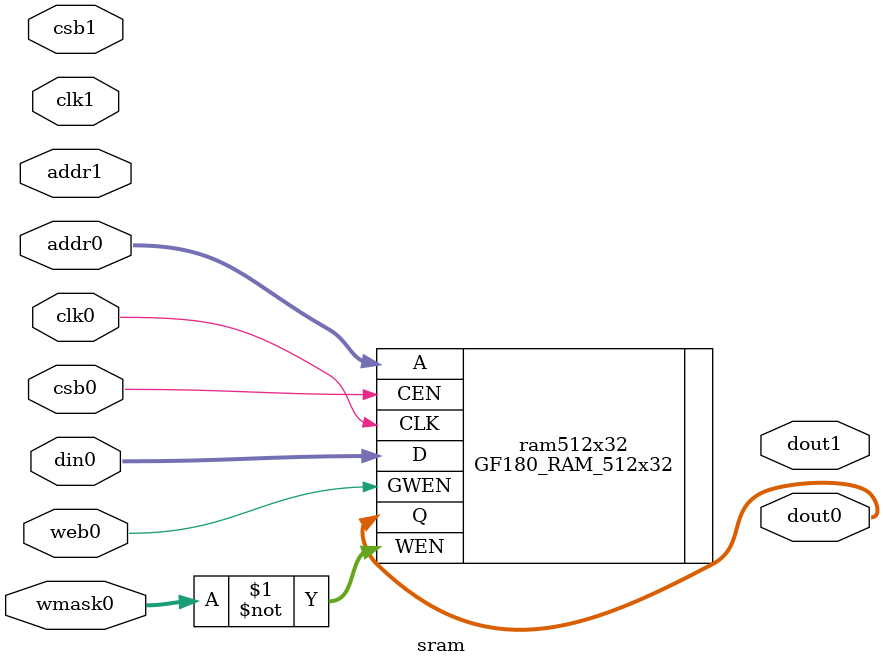
<source format=v>
module sram(
    `ifdef USE_POWER_PINS
    VDD,	 
    VSS,
    `endif
// Port 0: RW
    clk0,csb0,web0,wmask0,addr0,din0,dout0,
// Port 1: R
    clk1,csb1,addr1,dout1
);

    parameter   NUM_WMASKS  = 4 ;
    parameter   DATA_WIDTH  = 32 ;
    parameter   ADDR_WIDTH  = 9 ;
    parameter   RAM_DEPTH   = 1 << ADDR_WIDTH;

    input                   clk0; // clock
    input                   csb0; // active low chip select
    input                   web0; // active low write control
    input [NUM_WMASKS-1:0]  wmask0; // write mask
    input [ADDR_WIDTH-1:0]  addr0;
    input [DATA_WIDTH-1:0]  din0;
    output [DATA_WIDTH-1:0] dout0;
    input                   clk1; // clock
    input                   csb1; // active low chip select
    input [ADDR_WIDTH-1:0]  addr1;
    output [DATA_WIDTH-1:0] dout1;
    `ifdef USE_POWER_PINS
    inout VDD;
    inout VSS;
    `endif

    GF180_RAM_512x32 ram512x32 (    
                                    `ifdef USE_POWER_PINS
                                    .VDD(VDD), 
                                    .VSS(VSS),
                                    `endif
                                    .CLK(clk0), 
                                    .CEN(csb0),
                                    .GWEN(web0), 
                                    .WEN(~wmask0), 
                                    .A(addr0), 
                                    .D(din0), 
                                    .Q(dout0)
                                );

endmodule 

</source>
